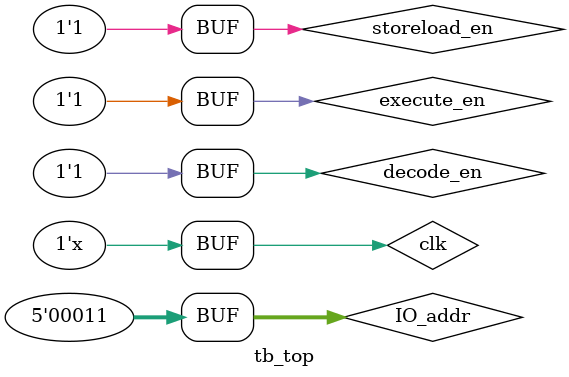
<source format=v>
`timescale 1ns / 1ps


module tb_top;
    reg clk = 0;
    reg [4:0] IO_addr = 32'd3;
    wire [31:0] IO_out;



    wire instr_write_en;
    wire [31:0] dma_instr_addr;
    wire [31:0] dma_instr_data;

    //regfile output wires
    wire [31:0] dout_A; //regfile.dout_A -> exec.rs1_val_in
    wire [31:0] dout_B; //regfile.dout_B -> exec.rs2_val_in
    //fetch output wires
    wire [31:0] instruction; //fetch.instruction -> dec.instruction
    wire [31:0] pc_val_fetch; //fetch.pc_val -> exec.pc_val
    wire instr_valid;
    //decode output wires
    wire [4:0] rs1;
    wire [4:0] rs2;
    wire [31:0] rs1_val; 
    wire [31:0] rs2_val_dec; 
    wire [4:0] rd_dec;
    wire [19:0] imm;
    wire [3:0] alu_ctrl;
    wire [1:0] alu_sel_A;
    wire [1:0] alu_sel_B;
    wire reg_write_dec; 
    wire mem_read_dec;
    wire mem_write_dec;
    wire [1:0] mem_size_dec;
    wire branch;
    wire jal;
    wire jalr;
    wire lui;
    wire aupc;
    //execute output wires
    wire mod_pc;
    wire mem_read_ex;
    wire mem_write_ex;
    wire [1:0] mem_size_ex;
    wire reg_write_ex;
    wire [4:0] rd_ex;
    wire [31:0] alu_val;
    wire [31:0] rs2_val_ex;
    //storeload output wires
    wire reg_writeA_en;
    wire [4:0] rdA;
    wire [31:0] dinA;
    wire reg_writeB_en;
    wire [1:0] size_B;
    wire [4:0] rdB;
    wire [31:0] dinB;
    //Control wires - ALL NEED TO BE DRIVEN BY USER
    wire decode_en = 1;
    wire execute_en = 1;
    wire storeload_en = 1;
    
    wire [6:0] debug;

    reg_file regfile (
        //inputs
        .clk(clk),
        .read_addr_A(rs1),
        .read_addr_B(rs2),
        .wen_A(reg_writeA_en),
        .write_addr_A(rdA),
        .din_A(dinA),
        .wen_B(reg_writeB_en),
        .write_addr_B(rdB),
        .din_B(dinB),
        .size_B(size_B),
        .read_addr_C(IO_addr),
        //outputs
        .dout_A(dout_A),
        .dout_B(dout_B),
        .dout_C(IO_out)
    );
    instr_writer writer(
        .clk(clk),
        .instr_write_en(dma_instr_en),
        .addr(dma_instr_addr),
        .data(dma_instr_data)
    );


     fetch_top fetch(
        //inputs
        .clk(clk),
        .branch_vect(32'bx),
        .branch_en(1'b0),
        .dma_instr_write_en(dma_instr_en),
        .dma_instr_addr(dma_instr_addr),
        .dma_instr_write_data(dma_instr_data),
        //outputs
        .instruction(instruction),
        .instr_valid(instr_valid),
        .pc_val(pc_val_fetch)
    );
     dec_top decode(
         //inputs
         .clk(clk),
         .instruction(instruction),
         .en(1'b1),
         .rs1_val_in(dout_A),
         .rs2_val_in(dout_B),
         //outputs
         .rs1(rs1),
         .rs2(rs2),
         .rs1_val(rs1_val),
         .rs2_val(rs2_val_dec),
         .rd(rd_dec),
         .imm(imm),
         .alu_ctrl(alu_ctrl),
         .alu_sel_A(alu_sel_A),
         .alu_sel_B(alu_sel_B),
         .reg_write(reg_write_dec),
         .mem_read(mem_read_dec),
         .mem_write(mem_write_dec),
         .mem_size(mem_size_dec),
         .branch(branch),
         .jal(jal),
         .jalr(jalr),
         .lui(lui),
         .aupc(aupc),
         .debug(debug)
     );
      exec_top execute (
          //inputs
          .clk(clk),
          .en(1'b1),
          .rs1_val_in(rs1_val), 
          .rs2_val_in(rs2_val_dec), 
          .rd_in(rd_dec),
          .imm(imm),
          .alu_ctrl(alu_ctrl),
          .alu_sel_A(alu_sel_A),
          .alu_sel_B(alu_sel_B),
          .reg_write_in(reg_write_dec), 
          .mem_read_in(mem_read_dec),
          .mem_write_in(mem_write_dec),
          .mem_size_in(mem_size_dec),
          .branch(branch),
          .jal(jal),
          .jalr(jalr),
          .lui(lui),
          .aupc(aupc),
          .pc_val(pc_val_fetch),
          //outputs
          .mod_pc(mod_pc),
          .mem_read(mem_read_ex),
          .mem_write(mem_write_ex),
          .mem_size(mem_size_ex),
          .reg_write(reg_write_ex),
          .rd(rd_ex),
          .alu_val(alu_val),
          .rs2_val(rs2_val_ex)
      );
      store_load_top storeload(
          //inputs
          .clk(clk),
          .en(~instr_write_en),
          .mem_read(mem_read_ex),
          .mem_write(mem_write_ex),
          .mem_size(mem_size_ex),
          .rd(rd_ex),
          .alu_val(alu_val),
          .rs2_val(rs2_val),
          .reg_write(reg_write_ex),
          //outputs
          .reg_writeA_en(reg_writeA_en),
          .rdA(rdA),
          .dinA(dinA),
          .reg_writeB_en(reg_writeB_en),
          .size_B(size_B),
          .rdB(rdB),
          .dinB(dinB)
      );
    
     always begin
         #20 clk <= clk + 1;
     end


endmodule

</source>
